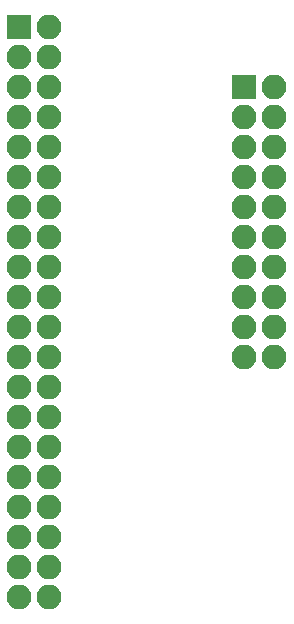
<source format=gbr>
G04 #@! TF.FileFunction,Soldermask,Bot*
%FSLAX46Y46*%
G04 Gerber Fmt 4.6, Leading zero omitted, Abs format (unit mm)*
G04 Created by KiCad (PCBNEW 4.0.4-stable) date 12/12/17 20:39:09*
%MOMM*%
%LPD*%
G01*
G04 APERTURE LIST*
%ADD10C,0.100000*%
%ADD11R,2.100000X2.100000*%
%ADD12O,2.100000X2.100000*%
G04 APERTURE END LIST*
D10*
D11*
X109220000Y-83820000D03*
D12*
X111760000Y-83820000D03*
X109220000Y-86360000D03*
X111760000Y-86360000D03*
X109220000Y-88900000D03*
X111760000Y-88900000D03*
X109220000Y-91440000D03*
X111760000Y-91440000D03*
X109220000Y-93980000D03*
X111760000Y-93980000D03*
X109220000Y-96520000D03*
X111760000Y-96520000D03*
X109220000Y-99060000D03*
X111760000Y-99060000D03*
X109220000Y-101600000D03*
X111760000Y-101600000D03*
X109220000Y-104140000D03*
X111760000Y-104140000D03*
X109220000Y-106680000D03*
X111760000Y-106680000D03*
X109220000Y-109220000D03*
X111760000Y-109220000D03*
X109220000Y-111760000D03*
X111760000Y-111760000D03*
X109220000Y-114300000D03*
X111760000Y-114300000D03*
X109220000Y-116840000D03*
X111760000Y-116840000D03*
X109220000Y-119380000D03*
X111760000Y-119380000D03*
X109220000Y-121920000D03*
X111760000Y-121920000D03*
X109220000Y-124460000D03*
X111760000Y-124460000D03*
X109220000Y-127000000D03*
X111760000Y-127000000D03*
X109220000Y-129540000D03*
X111760000Y-129540000D03*
X109220000Y-132080000D03*
X111760000Y-132080000D03*
D11*
X128270000Y-88900000D03*
D12*
X130810000Y-88900000D03*
X128270000Y-91440000D03*
X130810000Y-91440000D03*
X128270000Y-93980000D03*
X130810000Y-93980000D03*
X128270000Y-96520000D03*
X130810000Y-96520000D03*
X128270000Y-99060000D03*
X130810000Y-99060000D03*
X128270000Y-101600000D03*
X130810000Y-101600000D03*
X128270000Y-104140000D03*
X130810000Y-104140000D03*
X128270000Y-106680000D03*
X130810000Y-106680000D03*
X128270000Y-109220000D03*
X130810000Y-109220000D03*
X128270000Y-111760000D03*
X130810000Y-111760000D03*
M02*

</source>
